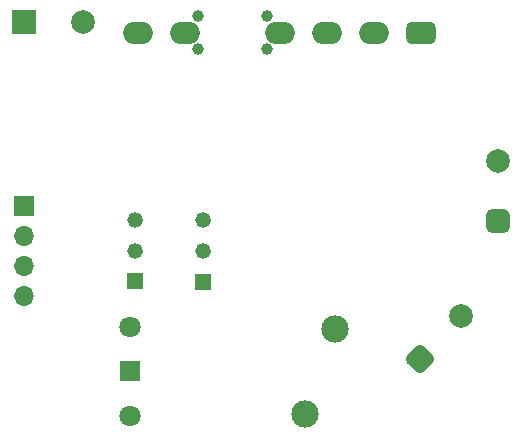
<source format=gbs>
%TF.GenerationSoftware,KiCad,Pcbnew,7.0.1-3b83917a11~172~ubuntu20.04.1*%
%TF.CreationDate,2023-03-21T13:55:29+01:00*%
%TF.ProjectId,220AC-mini-C3-board,32323041-432d-46d6-996e-692d43332d62,rev?*%
%TF.SameCoordinates,Original*%
%TF.FileFunction,Soldermask,Bot*%
%TF.FilePolarity,Negative*%
%FSLAX46Y46*%
G04 Gerber Fmt 4.6, Leading zero omitted, Abs format (unit mm)*
G04 Created by KiCad (PCBNEW 7.0.1-3b83917a11~172~ubuntu20.04.1) date 2023-03-21 13:55:29*
%MOMM*%
%LPD*%
G01*
G04 APERTURE LIST*
G04 Aperture macros list*
%AMRoundRect*
0 Rectangle with rounded corners*
0 $1 Rounding radius*
0 $2 $3 $4 $5 $6 $7 $8 $9 X,Y pos of 4 corners*
0 Add a 4 corners polygon primitive as box body*
4,1,4,$2,$3,$4,$5,$6,$7,$8,$9,$2,$3,0*
0 Add four circle primitives for the rounded corners*
1,1,$1+$1,$2,$3*
1,1,$1+$1,$4,$5*
1,1,$1+$1,$6,$7*
1,1,$1+$1,$8,$9*
0 Add four rect primitives between the rounded corners*
20,1,$1+$1,$2,$3,$4,$5,0*
20,1,$1+$1,$4,$5,$6,$7,0*
20,1,$1+$1,$6,$7,$8,$9,0*
20,1,$1+$1,$8,$9,$2,$3,0*%
G04 Aperture macros list end*
%ADD10R,1.320800X1.320800*%
%ADD11C,1.320800*%
%ADD12C,0.990600*%
%ADD13RoundRect,0.476250X0.781050X0.476250X-0.781050X0.476250X-0.781050X-0.476250X0.781050X-0.476250X0*%
%ADD14O,2.514600X1.905000*%
%ADD15RoundRect,0.500000X0.024678X-0.706676X0.706676X0.024678X-0.024678X0.706676X-0.706676X-0.024678X0*%
%ADD16C,2.000000*%
%ADD17RoundRect,0.500000X0.500000X-0.500000X0.500000X0.500000X-0.500000X0.500000X-0.500000X-0.500000X0*%
%ADD18C,1.803400*%
%ADD19R,1.803400X1.803400*%
%ADD20C,2.311400*%
%ADD21R,2.000000X2.000000*%
%ADD22R,1.700000X1.700000*%
%ADD23O,1.700000X1.700000*%
G04 APERTURE END LIST*
D10*
%TO.C,Q1*%
X132760000Y-94000000D03*
D11*
X132760000Y-91400000D03*
X132760000Y-88800000D03*
%TD*%
D12*
%TO.C,U1*%
X132350000Y-74291600D03*
X132350000Y-71548400D03*
X138150000Y-71548400D03*
X138150000Y-74291600D03*
D13*
X151249999Y-72920000D03*
D14*
X147250000Y-72920000D03*
X143250000Y-72920000D03*
X139250000Y-72920000D03*
X131250001Y-72920000D03*
X127250002Y-72920000D03*
%TD*%
D15*
%TO.C,J2*%
X151137724Y-100587638D03*
D16*
X154602276Y-96872362D03*
%TD*%
D17*
%TO.C,J1*%
X157700000Y-88840000D03*
D16*
X157700000Y-83760000D03*
%TD*%
D10*
%TO.C,Q2*%
X127000000Y-93980000D03*
D11*
X127000000Y-91380000D03*
X127000000Y-88780000D03*
%TD*%
D18*
%TO.C,K1*%
X126570000Y-105350000D03*
D19*
X126570000Y-101600000D03*
D18*
X126570000Y-97850000D03*
D20*
X143903000Y-98000000D03*
X141363000Y-105200000D03*
%TD*%
D21*
%TO.C,C2*%
X117622323Y-72030000D03*
D16*
X122622323Y-72030000D03*
%TD*%
D22*
%TO.C,J3*%
X117605000Y-87620000D03*
D23*
X117605000Y-90160000D03*
X117605000Y-92700000D03*
X117605000Y-95240000D03*
%TD*%
M02*

</source>
